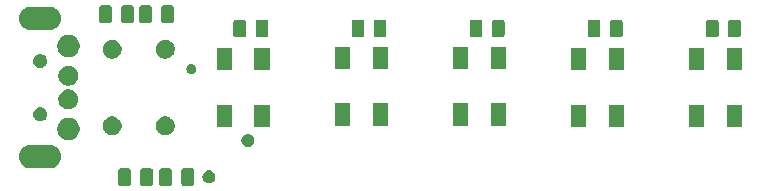
<source format=gts>
G04 #@! TF.GenerationSoftware,KiCad,Pcbnew,(5.1.0)-1*
G04 #@! TF.CreationDate,2019-03-21T22:28:07+09:00*
G04 #@! TF.ProjectId,JuicyLight32,4a756963-794c-4696-9768-7433322e6b69,rev?*
G04 #@! TF.SameCoordinates,Original*
G04 #@! TF.FileFunction,Soldermask,Top*
G04 #@! TF.FilePolarity,Negative*
%FSLAX46Y46*%
G04 Gerber Fmt 4.6, Leading zero omitted, Abs format (unit mm)*
G04 Created by KiCad (PCBNEW (5.1.0)-1) date 2019-03-21 22:28:07*
%MOMM*%
%LPD*%
G04 APERTURE LIST*
%ADD10C,0.100000*%
G04 APERTURE END LIST*
D10*
G36*
X115671968Y-106828565D02*
G01*
X115710638Y-106840296D01*
X115746277Y-106859346D01*
X115777517Y-106884983D01*
X115803154Y-106916223D01*
X115822204Y-106951862D01*
X115833935Y-106990532D01*
X115838500Y-107036888D01*
X115838500Y-108113112D01*
X115833935Y-108159468D01*
X115822204Y-108198138D01*
X115803154Y-108233777D01*
X115777517Y-108265017D01*
X115746277Y-108290654D01*
X115710638Y-108309704D01*
X115671968Y-108321435D01*
X115625612Y-108326000D01*
X114974388Y-108326000D01*
X114928032Y-108321435D01*
X114889362Y-108309704D01*
X114853723Y-108290654D01*
X114822483Y-108265017D01*
X114796846Y-108233777D01*
X114777796Y-108198138D01*
X114766065Y-108159468D01*
X114761500Y-108113112D01*
X114761500Y-107036888D01*
X114766065Y-106990532D01*
X114777796Y-106951862D01*
X114796846Y-106916223D01*
X114822483Y-106884983D01*
X114853723Y-106859346D01*
X114889362Y-106840296D01*
X114928032Y-106828565D01*
X114974388Y-106824000D01*
X115625612Y-106824000D01*
X115671968Y-106828565D01*
X115671968Y-106828565D01*
G37*
G36*
X110321968Y-106828565D02*
G01*
X110360638Y-106840296D01*
X110396277Y-106859346D01*
X110427517Y-106884983D01*
X110453154Y-106916223D01*
X110472204Y-106951862D01*
X110483935Y-106990532D01*
X110488500Y-107036888D01*
X110488500Y-108113112D01*
X110483935Y-108159468D01*
X110472204Y-108198138D01*
X110453154Y-108233777D01*
X110427517Y-108265017D01*
X110396277Y-108290654D01*
X110360638Y-108309704D01*
X110321968Y-108321435D01*
X110275612Y-108326000D01*
X109624388Y-108326000D01*
X109578032Y-108321435D01*
X109539362Y-108309704D01*
X109503723Y-108290654D01*
X109472483Y-108265017D01*
X109446846Y-108233777D01*
X109427796Y-108198138D01*
X109416065Y-108159468D01*
X109411500Y-108113112D01*
X109411500Y-107036888D01*
X109416065Y-106990532D01*
X109427796Y-106951862D01*
X109446846Y-106916223D01*
X109472483Y-106884983D01*
X109503723Y-106859346D01*
X109539362Y-106840296D01*
X109578032Y-106828565D01*
X109624388Y-106824000D01*
X110275612Y-106824000D01*
X110321968Y-106828565D01*
X110321968Y-106828565D01*
G37*
G36*
X112196968Y-106828565D02*
G01*
X112235638Y-106840296D01*
X112271277Y-106859346D01*
X112302517Y-106884983D01*
X112328154Y-106916223D01*
X112347204Y-106951862D01*
X112358935Y-106990532D01*
X112363500Y-107036888D01*
X112363500Y-108113112D01*
X112358935Y-108159468D01*
X112347204Y-108198138D01*
X112328154Y-108233777D01*
X112302517Y-108265017D01*
X112271277Y-108290654D01*
X112235638Y-108309704D01*
X112196968Y-108321435D01*
X112150612Y-108326000D01*
X111499388Y-108326000D01*
X111453032Y-108321435D01*
X111414362Y-108309704D01*
X111378723Y-108290654D01*
X111347483Y-108265017D01*
X111321846Y-108233777D01*
X111302796Y-108198138D01*
X111291065Y-108159468D01*
X111286500Y-108113112D01*
X111286500Y-107036888D01*
X111291065Y-106990532D01*
X111302796Y-106951862D01*
X111321846Y-106916223D01*
X111347483Y-106884983D01*
X111378723Y-106859346D01*
X111414362Y-106840296D01*
X111453032Y-106828565D01*
X111499388Y-106824000D01*
X112150612Y-106824000D01*
X112196968Y-106828565D01*
X112196968Y-106828565D01*
G37*
G36*
X113796968Y-106828565D02*
G01*
X113835638Y-106840296D01*
X113871277Y-106859346D01*
X113902517Y-106884983D01*
X113928154Y-106916223D01*
X113947204Y-106951862D01*
X113958935Y-106990532D01*
X113963500Y-107036888D01*
X113963500Y-108113112D01*
X113958935Y-108159468D01*
X113947204Y-108198138D01*
X113928154Y-108233777D01*
X113902517Y-108265017D01*
X113871277Y-108290654D01*
X113835638Y-108309704D01*
X113796968Y-108321435D01*
X113750612Y-108326000D01*
X113099388Y-108326000D01*
X113053032Y-108321435D01*
X113014362Y-108309704D01*
X112978723Y-108290654D01*
X112947483Y-108265017D01*
X112921846Y-108233777D01*
X112902796Y-108198138D01*
X112891065Y-108159468D01*
X112886500Y-108113112D01*
X112886500Y-107036888D01*
X112891065Y-106990532D01*
X112902796Y-106951862D01*
X112921846Y-106916223D01*
X112947483Y-106884983D01*
X112978723Y-106859346D01*
X113014362Y-106840296D01*
X113053032Y-106828565D01*
X113099388Y-106824000D01*
X113750612Y-106824000D01*
X113796968Y-106828565D01*
X113796968Y-106828565D01*
G37*
G36*
X117260721Y-107020174D02*
G01*
X117360995Y-107061709D01*
X117360996Y-107061710D01*
X117451242Y-107122010D01*
X117527990Y-107198758D01*
X117527991Y-107198760D01*
X117588291Y-107289005D01*
X117629826Y-107389279D01*
X117651000Y-107495730D01*
X117651000Y-107604270D01*
X117629826Y-107710721D01*
X117588291Y-107810995D01*
X117588290Y-107810996D01*
X117527990Y-107901242D01*
X117451242Y-107977990D01*
X117405812Y-108008345D01*
X117360995Y-108038291D01*
X117260721Y-108079826D01*
X117154270Y-108101000D01*
X117045730Y-108101000D01*
X116939279Y-108079826D01*
X116839005Y-108038291D01*
X116794188Y-108008345D01*
X116748758Y-107977990D01*
X116672010Y-107901242D01*
X116611710Y-107810996D01*
X116611709Y-107810995D01*
X116570174Y-107710721D01*
X116549000Y-107604270D01*
X116549000Y-107495730D01*
X116570174Y-107389279D01*
X116611709Y-107289005D01*
X116672009Y-107198760D01*
X116672010Y-107198758D01*
X116748758Y-107122010D01*
X116839004Y-107061710D01*
X116839005Y-107061709D01*
X116939279Y-107020174D01*
X117045730Y-106999000D01*
X117154270Y-106999000D01*
X117260721Y-107020174D01*
X117260721Y-107020174D01*
G37*
G36*
X103796228Y-104863483D02*
G01*
X103984922Y-104920723D01*
X104158815Y-105013671D01*
X104311239Y-105138761D01*
X104436329Y-105291185D01*
X104529277Y-105465078D01*
X104586517Y-105653772D01*
X104605843Y-105850000D01*
X104586517Y-106046228D01*
X104529277Y-106234922D01*
X104436329Y-106408815D01*
X104311239Y-106561239D01*
X104158815Y-106686329D01*
X103984922Y-106779277D01*
X103796228Y-106836517D01*
X103649175Y-106851000D01*
X101950825Y-106851000D01*
X101803772Y-106836517D01*
X101615078Y-106779277D01*
X101441185Y-106686329D01*
X101288761Y-106561239D01*
X101163671Y-106408815D01*
X101070723Y-106234922D01*
X101013483Y-106046228D01*
X100994157Y-105850000D01*
X101013483Y-105653772D01*
X101070723Y-105465078D01*
X101163671Y-105291185D01*
X101288761Y-105138761D01*
X101441185Y-105013671D01*
X101615078Y-104920723D01*
X101803772Y-104863483D01*
X101950825Y-104849000D01*
X103649175Y-104849000D01*
X103796228Y-104863483D01*
X103796228Y-104863483D01*
G37*
G36*
X120560721Y-103940174D02*
G01*
X120660995Y-103981709D01*
X120660996Y-103981710D01*
X120751242Y-104042010D01*
X120827990Y-104118758D01*
X120827991Y-104118760D01*
X120888291Y-104209005D01*
X120929826Y-104309279D01*
X120951000Y-104415730D01*
X120951000Y-104524270D01*
X120929826Y-104630721D01*
X120888291Y-104730995D01*
X120888290Y-104730996D01*
X120827990Y-104821242D01*
X120751242Y-104897990D01*
X120717221Y-104920722D01*
X120660995Y-104958291D01*
X120560721Y-104999826D01*
X120454270Y-105021000D01*
X120345730Y-105021000D01*
X120239279Y-104999826D01*
X120139005Y-104958291D01*
X120082779Y-104920722D01*
X120048758Y-104897990D01*
X119972010Y-104821242D01*
X119911710Y-104730996D01*
X119911709Y-104730995D01*
X119870174Y-104630721D01*
X119849000Y-104524270D01*
X119849000Y-104415730D01*
X119870174Y-104309279D01*
X119911709Y-104209005D01*
X119972009Y-104118760D01*
X119972010Y-104118758D01*
X120048758Y-104042010D01*
X120139004Y-103981710D01*
X120139005Y-103981709D01*
X120239279Y-103940174D01*
X120345730Y-103919000D01*
X120454270Y-103919000D01*
X120560721Y-103940174D01*
X120560721Y-103940174D01*
G37*
G36*
X105477395Y-102585546D02*
G01*
X105650466Y-102657234D01*
X105650467Y-102657235D01*
X105806227Y-102761310D01*
X105938690Y-102893773D01*
X105938691Y-102893775D01*
X106042766Y-103049534D01*
X106114454Y-103222605D01*
X106151000Y-103406333D01*
X106151000Y-103593667D01*
X106114454Y-103777395D01*
X106042766Y-103950466D01*
X106042765Y-103950467D01*
X105938690Y-104106227D01*
X105806227Y-104238690D01*
X105727818Y-104291081D01*
X105650466Y-104342766D01*
X105477395Y-104414454D01*
X105293667Y-104451000D01*
X105106333Y-104451000D01*
X104922605Y-104414454D01*
X104749534Y-104342766D01*
X104672182Y-104291081D01*
X104593773Y-104238690D01*
X104461310Y-104106227D01*
X104357235Y-103950467D01*
X104357234Y-103950466D01*
X104285546Y-103777395D01*
X104249000Y-103593667D01*
X104249000Y-103406333D01*
X104285546Y-103222605D01*
X104357234Y-103049534D01*
X104461309Y-102893775D01*
X104461310Y-102893773D01*
X104593773Y-102761310D01*
X104749533Y-102657235D01*
X104749534Y-102657234D01*
X104922605Y-102585546D01*
X105106333Y-102549000D01*
X105293667Y-102549000D01*
X105477395Y-102585546D01*
X105477395Y-102585546D01*
G37*
G36*
X113633642Y-102479781D02*
G01*
X113766179Y-102534680D01*
X113779416Y-102540163D01*
X113910608Y-102627822D01*
X114022178Y-102739392D01*
X114051048Y-102782600D01*
X114109838Y-102870586D01*
X114170219Y-103016358D01*
X114201000Y-103171107D01*
X114201000Y-103328893D01*
X114170219Y-103483642D01*
X114124646Y-103593665D01*
X114109837Y-103629416D01*
X114022178Y-103760608D01*
X113910608Y-103872178D01*
X113779416Y-103959837D01*
X113779415Y-103959838D01*
X113779414Y-103959838D01*
X113633642Y-104020219D01*
X113478893Y-104051000D01*
X113321107Y-104051000D01*
X113166358Y-104020219D01*
X113020586Y-103959838D01*
X113020585Y-103959838D01*
X113020584Y-103959837D01*
X112889392Y-103872178D01*
X112777822Y-103760608D01*
X112690163Y-103629416D01*
X112675354Y-103593665D01*
X112629781Y-103483642D01*
X112599000Y-103328893D01*
X112599000Y-103171107D01*
X112629781Y-103016358D01*
X112690162Y-102870586D01*
X112748952Y-102782600D01*
X112777822Y-102739392D01*
X112889392Y-102627822D01*
X113020584Y-102540163D01*
X113033821Y-102534680D01*
X113166358Y-102479781D01*
X113321107Y-102449000D01*
X113478893Y-102449000D01*
X113633642Y-102479781D01*
X113633642Y-102479781D01*
G37*
G36*
X109133642Y-102479781D02*
G01*
X109266179Y-102534680D01*
X109279416Y-102540163D01*
X109410608Y-102627822D01*
X109522178Y-102739392D01*
X109551048Y-102782600D01*
X109609838Y-102870586D01*
X109670219Y-103016358D01*
X109701000Y-103171107D01*
X109701000Y-103328893D01*
X109670219Y-103483642D01*
X109624646Y-103593665D01*
X109609837Y-103629416D01*
X109522178Y-103760608D01*
X109410608Y-103872178D01*
X109279416Y-103959837D01*
X109279415Y-103959838D01*
X109279414Y-103959838D01*
X109133642Y-104020219D01*
X108978893Y-104051000D01*
X108821107Y-104051000D01*
X108666358Y-104020219D01*
X108520586Y-103959838D01*
X108520585Y-103959838D01*
X108520584Y-103959837D01*
X108389392Y-103872178D01*
X108277822Y-103760608D01*
X108190163Y-103629416D01*
X108175354Y-103593665D01*
X108129781Y-103483642D01*
X108099000Y-103328893D01*
X108099000Y-103171107D01*
X108129781Y-103016358D01*
X108190162Y-102870586D01*
X108248952Y-102782600D01*
X108277822Y-102739392D01*
X108389392Y-102627822D01*
X108520584Y-102540163D01*
X108533821Y-102534680D01*
X108666358Y-102479781D01*
X108821107Y-102449000D01*
X108978893Y-102449000D01*
X109133642Y-102479781D01*
X109133642Y-102479781D01*
G37*
G36*
X119051000Y-103351000D02*
G01*
X117749000Y-103351000D01*
X117749000Y-101449000D01*
X119051000Y-101449000D01*
X119051000Y-103351000D01*
X119051000Y-103351000D01*
G37*
G36*
X122251000Y-103351000D02*
G01*
X120949000Y-103351000D01*
X120949000Y-101449000D01*
X122251000Y-101449000D01*
X122251000Y-103351000D01*
X122251000Y-103351000D01*
G37*
G36*
X152251000Y-103351000D02*
G01*
X150949000Y-103351000D01*
X150949000Y-101449000D01*
X152251000Y-101449000D01*
X152251000Y-103351000D01*
X152251000Y-103351000D01*
G37*
G36*
X159051000Y-103351000D02*
G01*
X157749000Y-103351000D01*
X157749000Y-101449000D01*
X159051000Y-101449000D01*
X159051000Y-103351000D01*
X159051000Y-103351000D01*
G37*
G36*
X162251000Y-103351000D02*
G01*
X160949000Y-103351000D01*
X160949000Y-101449000D01*
X162251000Y-101449000D01*
X162251000Y-103351000D01*
X162251000Y-103351000D01*
G37*
G36*
X149051000Y-103351000D02*
G01*
X147749000Y-103351000D01*
X147749000Y-101449000D01*
X149051000Y-101449000D01*
X149051000Y-103351000D01*
X149051000Y-103351000D01*
G37*
G36*
X142251000Y-103251000D02*
G01*
X140949000Y-103251000D01*
X140949000Y-101349000D01*
X142251000Y-101349000D01*
X142251000Y-103251000D01*
X142251000Y-103251000D01*
G37*
G36*
X139051000Y-103251000D02*
G01*
X137749000Y-103251000D01*
X137749000Y-101349000D01*
X139051000Y-101349000D01*
X139051000Y-103251000D01*
X139051000Y-103251000D01*
G37*
G36*
X132251000Y-103251000D02*
G01*
X130949000Y-103251000D01*
X130949000Y-101349000D01*
X132251000Y-101349000D01*
X132251000Y-103251000D01*
X132251000Y-103251000D01*
G37*
G36*
X129051000Y-103251000D02*
G01*
X127749000Y-103251000D01*
X127749000Y-101349000D01*
X129051000Y-101349000D01*
X129051000Y-103251000D01*
X129051000Y-103251000D01*
G37*
G36*
X102919597Y-101661015D02*
G01*
X102975305Y-101672096D01*
X103007340Y-101685365D01*
X103084680Y-101717400D01*
X103183115Y-101783173D01*
X103266827Y-101866885D01*
X103332600Y-101965320D01*
X103377904Y-102074696D01*
X103401000Y-102190805D01*
X103401000Y-102309195D01*
X103377904Y-102425304D01*
X103332600Y-102534680D01*
X103266827Y-102633115D01*
X103183115Y-102716827D01*
X103084680Y-102782600D01*
X103007340Y-102814635D01*
X102975305Y-102827904D01*
X102936601Y-102835603D01*
X102859195Y-102851000D01*
X102740805Y-102851000D01*
X102663399Y-102835603D01*
X102624695Y-102827904D01*
X102592660Y-102814635D01*
X102515320Y-102782600D01*
X102416885Y-102716827D01*
X102333173Y-102633115D01*
X102267400Y-102534680D01*
X102222096Y-102425304D01*
X102199000Y-102309195D01*
X102199000Y-102190805D01*
X102222096Y-102074696D01*
X102267400Y-101965320D01*
X102333173Y-101866885D01*
X102416885Y-101783173D01*
X102515320Y-101717400D01*
X102592660Y-101685365D01*
X102624695Y-101672096D01*
X102680403Y-101661015D01*
X102740805Y-101649000D01*
X102859195Y-101649000D01*
X102919597Y-101661015D01*
X102919597Y-101661015D01*
G37*
G36*
X105448228Y-100181703D02*
G01*
X105603100Y-100245853D01*
X105742481Y-100338985D01*
X105861015Y-100457519D01*
X105954147Y-100596900D01*
X106018297Y-100751772D01*
X106051000Y-100916184D01*
X106051000Y-101083816D01*
X106018297Y-101248228D01*
X105954147Y-101403100D01*
X105861015Y-101542481D01*
X105742481Y-101661015D01*
X105603100Y-101754147D01*
X105448228Y-101818297D01*
X105283816Y-101851000D01*
X105116184Y-101851000D01*
X104951772Y-101818297D01*
X104796900Y-101754147D01*
X104657519Y-101661015D01*
X104538985Y-101542481D01*
X104445853Y-101403100D01*
X104381703Y-101248228D01*
X104349000Y-101083816D01*
X104349000Y-100916184D01*
X104381703Y-100751772D01*
X104445853Y-100596900D01*
X104538985Y-100457519D01*
X104657519Y-100338985D01*
X104796900Y-100245853D01*
X104951772Y-100181703D01*
X105116184Y-100149000D01*
X105283816Y-100149000D01*
X105448228Y-100181703D01*
X105448228Y-100181703D01*
G37*
G36*
X105448228Y-98181703D02*
G01*
X105603100Y-98245853D01*
X105742481Y-98338985D01*
X105861015Y-98457519D01*
X105954147Y-98596900D01*
X106018297Y-98751772D01*
X106051000Y-98916184D01*
X106051000Y-99083816D01*
X106018297Y-99248228D01*
X105954147Y-99403100D01*
X105861015Y-99542481D01*
X105742481Y-99661015D01*
X105603100Y-99754147D01*
X105448228Y-99818297D01*
X105283816Y-99851000D01*
X105116184Y-99851000D01*
X104951772Y-99818297D01*
X104796900Y-99754147D01*
X104657519Y-99661015D01*
X104538985Y-99542481D01*
X104445853Y-99403100D01*
X104381703Y-99248228D01*
X104349000Y-99083816D01*
X104349000Y-98916184D01*
X104381703Y-98751772D01*
X104445853Y-98596900D01*
X104538985Y-98457519D01*
X104657519Y-98338985D01*
X104796900Y-98245853D01*
X104951772Y-98181703D01*
X105116184Y-98149000D01*
X105283816Y-98149000D01*
X105448228Y-98181703D01*
X105448228Y-98181703D01*
G37*
G36*
X115734260Y-98020371D02*
G01*
X115768071Y-98034376D01*
X115811784Y-98052482D01*
X115811787Y-98052484D01*
X115881559Y-98099104D01*
X115940896Y-98158441D01*
X115940897Y-98158443D01*
X115987518Y-98228216D01*
X115994823Y-98245853D01*
X116019629Y-98305740D01*
X116036000Y-98388043D01*
X116036000Y-98471957D01*
X116019629Y-98554260D01*
X116005624Y-98588071D01*
X115987518Y-98631784D01*
X115987516Y-98631787D01*
X115940896Y-98701559D01*
X115881559Y-98760896D01*
X115811787Y-98807516D01*
X115811784Y-98807518D01*
X115768071Y-98825624D01*
X115734260Y-98839629D01*
X115651957Y-98856000D01*
X115568043Y-98856000D01*
X115485740Y-98839629D01*
X115451929Y-98825624D01*
X115408216Y-98807518D01*
X115408213Y-98807516D01*
X115338441Y-98760896D01*
X115279104Y-98701559D01*
X115232484Y-98631787D01*
X115232482Y-98631784D01*
X115214376Y-98588071D01*
X115200371Y-98554260D01*
X115184000Y-98471957D01*
X115184000Y-98388043D01*
X115200371Y-98305740D01*
X115225177Y-98245853D01*
X115232482Y-98228216D01*
X115279103Y-98158443D01*
X115279104Y-98158441D01*
X115338441Y-98099104D01*
X115408213Y-98052484D01*
X115408216Y-98052482D01*
X115451929Y-98034376D01*
X115485740Y-98020371D01*
X115568043Y-98004000D01*
X115651957Y-98004000D01*
X115734260Y-98020371D01*
X115734260Y-98020371D01*
G37*
G36*
X152251000Y-98551000D02*
G01*
X150949000Y-98551000D01*
X150949000Y-96649000D01*
X152251000Y-96649000D01*
X152251000Y-98551000D01*
X152251000Y-98551000D01*
G37*
G36*
X122251000Y-98551000D02*
G01*
X120949000Y-98551000D01*
X120949000Y-96649000D01*
X122251000Y-96649000D01*
X122251000Y-98551000D01*
X122251000Y-98551000D01*
G37*
G36*
X159051000Y-98551000D02*
G01*
X157749000Y-98551000D01*
X157749000Y-96649000D01*
X159051000Y-96649000D01*
X159051000Y-98551000D01*
X159051000Y-98551000D01*
G37*
G36*
X119051000Y-98551000D02*
G01*
X117749000Y-98551000D01*
X117749000Y-96649000D01*
X119051000Y-96649000D01*
X119051000Y-98551000D01*
X119051000Y-98551000D01*
G37*
G36*
X162251000Y-98551000D02*
G01*
X160949000Y-98551000D01*
X160949000Y-96649000D01*
X162251000Y-96649000D01*
X162251000Y-98551000D01*
X162251000Y-98551000D01*
G37*
G36*
X149051000Y-98551000D02*
G01*
X147749000Y-98551000D01*
X147749000Y-96649000D01*
X149051000Y-96649000D01*
X149051000Y-98551000D01*
X149051000Y-98551000D01*
G37*
G36*
X129051000Y-98451000D02*
G01*
X127749000Y-98451000D01*
X127749000Y-96549000D01*
X129051000Y-96549000D01*
X129051000Y-98451000D01*
X129051000Y-98451000D01*
G37*
G36*
X139051000Y-98451000D02*
G01*
X137749000Y-98451000D01*
X137749000Y-96549000D01*
X139051000Y-96549000D01*
X139051000Y-98451000D01*
X139051000Y-98451000D01*
G37*
G36*
X142251000Y-98451000D02*
G01*
X140949000Y-98451000D01*
X140949000Y-96549000D01*
X142251000Y-96549000D01*
X142251000Y-98451000D01*
X142251000Y-98451000D01*
G37*
G36*
X132251000Y-98451000D02*
G01*
X130949000Y-98451000D01*
X130949000Y-96549000D01*
X132251000Y-96549000D01*
X132251000Y-98451000D01*
X132251000Y-98451000D01*
G37*
G36*
X102936601Y-97164397D02*
G01*
X102975305Y-97172096D01*
X103007340Y-97185365D01*
X103084680Y-97217400D01*
X103183115Y-97283173D01*
X103266827Y-97366885D01*
X103332600Y-97465320D01*
X103377904Y-97574696D01*
X103401000Y-97690805D01*
X103401000Y-97809195D01*
X103377904Y-97925304D01*
X103332600Y-98034680D01*
X103266827Y-98133115D01*
X103183115Y-98216827D01*
X103084680Y-98282600D01*
X103007340Y-98314635D01*
X102975305Y-98327904D01*
X102936601Y-98335603D01*
X102859195Y-98351000D01*
X102740805Y-98351000D01*
X102663399Y-98335603D01*
X102624695Y-98327904D01*
X102592660Y-98314635D01*
X102515320Y-98282600D01*
X102416885Y-98216827D01*
X102333173Y-98133115D01*
X102267400Y-98034680D01*
X102222096Y-97925304D01*
X102199000Y-97809195D01*
X102199000Y-97690805D01*
X102222096Y-97574696D01*
X102267400Y-97465320D01*
X102333173Y-97366885D01*
X102416885Y-97283173D01*
X102515320Y-97217400D01*
X102592660Y-97185365D01*
X102624695Y-97172096D01*
X102663399Y-97164397D01*
X102740805Y-97149000D01*
X102859195Y-97149000D01*
X102936601Y-97164397D01*
X102936601Y-97164397D01*
G37*
G36*
X109133642Y-95979781D02*
G01*
X109279414Y-96040162D01*
X109279416Y-96040163D01*
X109410608Y-96127822D01*
X109522178Y-96239392D01*
X109609837Y-96370584D01*
X109609838Y-96370586D01*
X109670219Y-96516358D01*
X109701000Y-96671107D01*
X109701000Y-96828893D01*
X109670219Y-96983642D01*
X109619443Y-97106225D01*
X109609837Y-97129416D01*
X109522178Y-97260608D01*
X109410608Y-97372178D01*
X109279416Y-97459837D01*
X109279415Y-97459838D01*
X109279414Y-97459838D01*
X109133642Y-97520219D01*
X108978893Y-97551000D01*
X108821107Y-97551000D01*
X108666358Y-97520219D01*
X108520586Y-97459838D01*
X108520585Y-97459838D01*
X108520584Y-97459837D01*
X108389392Y-97372178D01*
X108277822Y-97260608D01*
X108190163Y-97129416D01*
X108180557Y-97106225D01*
X108129781Y-96983642D01*
X108099000Y-96828893D01*
X108099000Y-96671107D01*
X108129781Y-96516358D01*
X108190162Y-96370586D01*
X108190163Y-96370584D01*
X108277822Y-96239392D01*
X108389392Y-96127822D01*
X108520584Y-96040163D01*
X108520586Y-96040162D01*
X108666358Y-95979781D01*
X108821107Y-95949000D01*
X108978893Y-95949000D01*
X109133642Y-95979781D01*
X109133642Y-95979781D01*
G37*
G36*
X113633642Y-95979781D02*
G01*
X113779414Y-96040162D01*
X113779416Y-96040163D01*
X113910608Y-96127822D01*
X114022178Y-96239392D01*
X114109837Y-96370584D01*
X114109838Y-96370586D01*
X114170219Y-96516358D01*
X114201000Y-96671107D01*
X114201000Y-96828893D01*
X114170219Y-96983642D01*
X114119443Y-97106225D01*
X114109837Y-97129416D01*
X114022178Y-97260608D01*
X113910608Y-97372178D01*
X113779416Y-97459837D01*
X113779415Y-97459838D01*
X113779414Y-97459838D01*
X113633642Y-97520219D01*
X113478893Y-97551000D01*
X113321107Y-97551000D01*
X113166358Y-97520219D01*
X113020586Y-97459838D01*
X113020585Y-97459838D01*
X113020584Y-97459837D01*
X112889392Y-97372178D01*
X112777822Y-97260608D01*
X112690163Y-97129416D01*
X112680557Y-97106225D01*
X112629781Y-96983642D01*
X112599000Y-96828893D01*
X112599000Y-96671107D01*
X112629781Y-96516358D01*
X112690162Y-96370586D01*
X112690163Y-96370584D01*
X112777822Y-96239392D01*
X112889392Y-96127822D01*
X113020584Y-96040163D01*
X113020586Y-96040162D01*
X113166358Y-95979781D01*
X113321107Y-95949000D01*
X113478893Y-95949000D01*
X113633642Y-95979781D01*
X113633642Y-95979781D01*
G37*
G36*
X105477395Y-95585546D02*
G01*
X105650466Y-95657234D01*
X105650467Y-95657235D01*
X105806227Y-95761310D01*
X105938690Y-95893773D01*
X105938691Y-95893775D01*
X106042766Y-96049534D01*
X106114454Y-96222605D01*
X106151000Y-96406333D01*
X106151000Y-96593667D01*
X106114454Y-96777395D01*
X106042766Y-96950466D01*
X106042765Y-96950467D01*
X105938690Y-97106227D01*
X105806227Y-97238690D01*
X105773424Y-97260608D01*
X105650466Y-97342766D01*
X105477395Y-97414454D01*
X105293667Y-97451000D01*
X105106333Y-97451000D01*
X104922605Y-97414454D01*
X104749534Y-97342766D01*
X104626576Y-97260608D01*
X104593773Y-97238690D01*
X104461310Y-97106227D01*
X104357235Y-96950467D01*
X104357234Y-96950466D01*
X104285546Y-96777395D01*
X104249000Y-96593667D01*
X104249000Y-96406333D01*
X104285546Y-96222605D01*
X104357234Y-96049534D01*
X104461309Y-95893775D01*
X104461310Y-95893773D01*
X104593773Y-95761310D01*
X104749533Y-95657235D01*
X104749534Y-95657234D01*
X104922605Y-95585546D01*
X105106333Y-95549000D01*
X105293667Y-95549000D01*
X105477395Y-95585546D01*
X105477395Y-95585546D01*
G37*
G36*
X121959468Y-94253565D02*
G01*
X121998138Y-94265296D01*
X122033777Y-94284346D01*
X122065017Y-94309983D01*
X122090654Y-94341223D01*
X122109704Y-94376862D01*
X122121435Y-94415532D01*
X122126000Y-94461888D01*
X122126000Y-95538112D01*
X122121435Y-95584468D01*
X122109704Y-95623138D01*
X122090654Y-95658777D01*
X122065017Y-95690017D01*
X122033777Y-95715654D01*
X121998138Y-95734704D01*
X121959468Y-95746435D01*
X121913112Y-95751000D01*
X121261888Y-95751000D01*
X121215532Y-95746435D01*
X121176862Y-95734704D01*
X121141223Y-95715654D01*
X121109983Y-95690017D01*
X121084346Y-95658777D01*
X121065296Y-95623138D01*
X121053565Y-95584468D01*
X121049000Y-95538112D01*
X121049000Y-94461888D01*
X121053565Y-94415532D01*
X121065296Y-94376862D01*
X121084346Y-94341223D01*
X121109983Y-94309983D01*
X121141223Y-94284346D01*
X121176862Y-94265296D01*
X121215532Y-94253565D01*
X121261888Y-94249000D01*
X121913112Y-94249000D01*
X121959468Y-94253565D01*
X121959468Y-94253565D01*
G37*
G36*
X161959468Y-94253565D02*
G01*
X161998138Y-94265296D01*
X162033777Y-94284346D01*
X162065017Y-94309983D01*
X162090654Y-94341223D01*
X162109704Y-94376862D01*
X162121435Y-94415532D01*
X162126000Y-94461888D01*
X162126000Y-95538112D01*
X162121435Y-95584468D01*
X162109704Y-95623138D01*
X162090654Y-95658777D01*
X162065017Y-95690017D01*
X162033777Y-95715654D01*
X161998138Y-95734704D01*
X161959468Y-95746435D01*
X161913112Y-95751000D01*
X161261888Y-95751000D01*
X161215532Y-95746435D01*
X161176862Y-95734704D01*
X161141223Y-95715654D01*
X161109983Y-95690017D01*
X161084346Y-95658777D01*
X161065296Y-95623138D01*
X161053565Y-95584468D01*
X161049000Y-95538112D01*
X161049000Y-94461888D01*
X161053565Y-94415532D01*
X161065296Y-94376862D01*
X161084346Y-94341223D01*
X161109983Y-94309983D01*
X161141223Y-94284346D01*
X161176862Y-94265296D01*
X161215532Y-94253565D01*
X161261888Y-94249000D01*
X161913112Y-94249000D01*
X161959468Y-94253565D01*
X161959468Y-94253565D01*
G37*
G36*
X160084468Y-94253565D02*
G01*
X160123138Y-94265296D01*
X160158777Y-94284346D01*
X160190017Y-94309983D01*
X160215654Y-94341223D01*
X160234704Y-94376862D01*
X160246435Y-94415532D01*
X160251000Y-94461888D01*
X160251000Y-95538112D01*
X160246435Y-95584468D01*
X160234704Y-95623138D01*
X160215654Y-95658777D01*
X160190017Y-95690017D01*
X160158777Y-95715654D01*
X160123138Y-95734704D01*
X160084468Y-95746435D01*
X160038112Y-95751000D01*
X159386888Y-95751000D01*
X159340532Y-95746435D01*
X159301862Y-95734704D01*
X159266223Y-95715654D01*
X159234983Y-95690017D01*
X159209346Y-95658777D01*
X159190296Y-95623138D01*
X159178565Y-95584468D01*
X159174000Y-95538112D01*
X159174000Y-94461888D01*
X159178565Y-94415532D01*
X159190296Y-94376862D01*
X159209346Y-94341223D01*
X159234983Y-94309983D01*
X159266223Y-94284346D01*
X159301862Y-94265296D01*
X159340532Y-94253565D01*
X159386888Y-94249000D01*
X160038112Y-94249000D01*
X160084468Y-94253565D01*
X160084468Y-94253565D01*
G37*
G36*
X150084468Y-94253565D02*
G01*
X150123138Y-94265296D01*
X150158777Y-94284346D01*
X150190017Y-94309983D01*
X150215654Y-94341223D01*
X150234704Y-94376862D01*
X150246435Y-94415532D01*
X150251000Y-94461888D01*
X150251000Y-95538112D01*
X150246435Y-95584468D01*
X150234704Y-95623138D01*
X150215654Y-95658777D01*
X150190017Y-95690017D01*
X150158777Y-95715654D01*
X150123138Y-95734704D01*
X150084468Y-95746435D01*
X150038112Y-95751000D01*
X149386888Y-95751000D01*
X149340532Y-95746435D01*
X149301862Y-95734704D01*
X149266223Y-95715654D01*
X149234983Y-95690017D01*
X149209346Y-95658777D01*
X149190296Y-95623138D01*
X149178565Y-95584468D01*
X149174000Y-95538112D01*
X149174000Y-94461888D01*
X149178565Y-94415532D01*
X149190296Y-94376862D01*
X149209346Y-94341223D01*
X149234983Y-94309983D01*
X149266223Y-94284346D01*
X149301862Y-94265296D01*
X149340532Y-94253565D01*
X149386888Y-94249000D01*
X150038112Y-94249000D01*
X150084468Y-94253565D01*
X150084468Y-94253565D01*
G37*
G36*
X141959468Y-94253565D02*
G01*
X141998138Y-94265296D01*
X142033777Y-94284346D01*
X142065017Y-94309983D01*
X142090654Y-94341223D01*
X142109704Y-94376862D01*
X142121435Y-94415532D01*
X142126000Y-94461888D01*
X142126000Y-95538112D01*
X142121435Y-95584468D01*
X142109704Y-95623138D01*
X142090654Y-95658777D01*
X142065017Y-95690017D01*
X142033777Y-95715654D01*
X141998138Y-95734704D01*
X141959468Y-95746435D01*
X141913112Y-95751000D01*
X141261888Y-95751000D01*
X141215532Y-95746435D01*
X141176862Y-95734704D01*
X141141223Y-95715654D01*
X141109983Y-95690017D01*
X141084346Y-95658777D01*
X141065296Y-95623138D01*
X141053565Y-95584468D01*
X141049000Y-95538112D01*
X141049000Y-94461888D01*
X141053565Y-94415532D01*
X141065296Y-94376862D01*
X141084346Y-94341223D01*
X141109983Y-94309983D01*
X141141223Y-94284346D01*
X141176862Y-94265296D01*
X141215532Y-94253565D01*
X141261888Y-94249000D01*
X141913112Y-94249000D01*
X141959468Y-94253565D01*
X141959468Y-94253565D01*
G37*
G36*
X140084468Y-94253565D02*
G01*
X140123138Y-94265296D01*
X140158777Y-94284346D01*
X140190017Y-94309983D01*
X140215654Y-94341223D01*
X140234704Y-94376862D01*
X140246435Y-94415532D01*
X140251000Y-94461888D01*
X140251000Y-95538112D01*
X140246435Y-95584468D01*
X140234704Y-95623138D01*
X140215654Y-95658777D01*
X140190017Y-95690017D01*
X140158777Y-95715654D01*
X140123138Y-95734704D01*
X140084468Y-95746435D01*
X140038112Y-95751000D01*
X139386888Y-95751000D01*
X139340532Y-95746435D01*
X139301862Y-95734704D01*
X139266223Y-95715654D01*
X139234983Y-95690017D01*
X139209346Y-95658777D01*
X139190296Y-95623138D01*
X139178565Y-95584468D01*
X139174000Y-95538112D01*
X139174000Y-94461888D01*
X139178565Y-94415532D01*
X139190296Y-94376862D01*
X139209346Y-94341223D01*
X139234983Y-94309983D01*
X139266223Y-94284346D01*
X139301862Y-94265296D01*
X139340532Y-94253565D01*
X139386888Y-94249000D01*
X140038112Y-94249000D01*
X140084468Y-94253565D01*
X140084468Y-94253565D01*
G37*
G36*
X131959468Y-94253565D02*
G01*
X131998138Y-94265296D01*
X132033777Y-94284346D01*
X132065017Y-94309983D01*
X132090654Y-94341223D01*
X132109704Y-94376862D01*
X132121435Y-94415532D01*
X132126000Y-94461888D01*
X132126000Y-95538112D01*
X132121435Y-95584468D01*
X132109704Y-95623138D01*
X132090654Y-95658777D01*
X132065017Y-95690017D01*
X132033777Y-95715654D01*
X131998138Y-95734704D01*
X131959468Y-95746435D01*
X131913112Y-95751000D01*
X131261888Y-95751000D01*
X131215532Y-95746435D01*
X131176862Y-95734704D01*
X131141223Y-95715654D01*
X131109983Y-95690017D01*
X131084346Y-95658777D01*
X131065296Y-95623138D01*
X131053565Y-95584468D01*
X131049000Y-95538112D01*
X131049000Y-94461888D01*
X131053565Y-94415532D01*
X131065296Y-94376862D01*
X131084346Y-94341223D01*
X131109983Y-94309983D01*
X131141223Y-94284346D01*
X131176862Y-94265296D01*
X131215532Y-94253565D01*
X131261888Y-94249000D01*
X131913112Y-94249000D01*
X131959468Y-94253565D01*
X131959468Y-94253565D01*
G37*
G36*
X130084468Y-94253565D02*
G01*
X130123138Y-94265296D01*
X130158777Y-94284346D01*
X130190017Y-94309983D01*
X130215654Y-94341223D01*
X130234704Y-94376862D01*
X130246435Y-94415532D01*
X130251000Y-94461888D01*
X130251000Y-95538112D01*
X130246435Y-95584468D01*
X130234704Y-95623138D01*
X130215654Y-95658777D01*
X130190017Y-95690017D01*
X130158777Y-95715654D01*
X130123138Y-95734704D01*
X130084468Y-95746435D01*
X130038112Y-95751000D01*
X129386888Y-95751000D01*
X129340532Y-95746435D01*
X129301862Y-95734704D01*
X129266223Y-95715654D01*
X129234983Y-95690017D01*
X129209346Y-95658777D01*
X129190296Y-95623138D01*
X129178565Y-95584468D01*
X129174000Y-95538112D01*
X129174000Y-94461888D01*
X129178565Y-94415532D01*
X129190296Y-94376862D01*
X129209346Y-94341223D01*
X129234983Y-94309983D01*
X129266223Y-94284346D01*
X129301862Y-94265296D01*
X129340532Y-94253565D01*
X129386888Y-94249000D01*
X130038112Y-94249000D01*
X130084468Y-94253565D01*
X130084468Y-94253565D01*
G37*
G36*
X120084468Y-94253565D02*
G01*
X120123138Y-94265296D01*
X120158777Y-94284346D01*
X120190017Y-94309983D01*
X120215654Y-94341223D01*
X120234704Y-94376862D01*
X120246435Y-94415532D01*
X120251000Y-94461888D01*
X120251000Y-95538112D01*
X120246435Y-95584468D01*
X120234704Y-95623138D01*
X120215654Y-95658777D01*
X120190017Y-95690017D01*
X120158777Y-95715654D01*
X120123138Y-95734704D01*
X120084468Y-95746435D01*
X120038112Y-95751000D01*
X119386888Y-95751000D01*
X119340532Y-95746435D01*
X119301862Y-95734704D01*
X119266223Y-95715654D01*
X119234983Y-95690017D01*
X119209346Y-95658777D01*
X119190296Y-95623138D01*
X119178565Y-95584468D01*
X119174000Y-95538112D01*
X119174000Y-94461888D01*
X119178565Y-94415532D01*
X119190296Y-94376862D01*
X119209346Y-94341223D01*
X119234983Y-94309983D01*
X119266223Y-94284346D01*
X119301862Y-94265296D01*
X119340532Y-94253565D01*
X119386888Y-94249000D01*
X120038112Y-94249000D01*
X120084468Y-94253565D01*
X120084468Y-94253565D01*
G37*
G36*
X151959468Y-94253565D02*
G01*
X151998138Y-94265296D01*
X152033777Y-94284346D01*
X152065017Y-94309983D01*
X152090654Y-94341223D01*
X152109704Y-94376862D01*
X152121435Y-94415532D01*
X152126000Y-94461888D01*
X152126000Y-95538112D01*
X152121435Y-95584468D01*
X152109704Y-95623138D01*
X152090654Y-95658777D01*
X152065017Y-95690017D01*
X152033777Y-95715654D01*
X151998138Y-95734704D01*
X151959468Y-95746435D01*
X151913112Y-95751000D01*
X151261888Y-95751000D01*
X151215532Y-95746435D01*
X151176862Y-95734704D01*
X151141223Y-95715654D01*
X151109983Y-95690017D01*
X151084346Y-95658777D01*
X151065296Y-95623138D01*
X151053565Y-95584468D01*
X151049000Y-95538112D01*
X151049000Y-94461888D01*
X151053565Y-94415532D01*
X151065296Y-94376862D01*
X151084346Y-94341223D01*
X151109983Y-94309983D01*
X151141223Y-94284346D01*
X151176862Y-94265296D01*
X151215532Y-94253565D01*
X151261888Y-94249000D01*
X151913112Y-94249000D01*
X151959468Y-94253565D01*
X151959468Y-94253565D01*
G37*
G36*
X103796228Y-93163483D02*
G01*
X103984922Y-93220723D01*
X104158815Y-93313671D01*
X104311239Y-93438761D01*
X104436329Y-93591185D01*
X104529277Y-93765078D01*
X104586517Y-93953772D01*
X104605843Y-94150000D01*
X104586517Y-94346228D01*
X104529277Y-94534922D01*
X104436329Y-94708815D01*
X104311239Y-94861239D01*
X104158815Y-94986329D01*
X103984922Y-95079277D01*
X103796228Y-95136517D01*
X103649175Y-95151000D01*
X101950825Y-95151000D01*
X101803772Y-95136517D01*
X101615078Y-95079277D01*
X101441185Y-94986329D01*
X101288761Y-94861239D01*
X101163671Y-94708815D01*
X101070723Y-94534922D01*
X101013483Y-94346228D01*
X100994157Y-94150000D01*
X101013483Y-93953772D01*
X101070723Y-93765078D01*
X101163671Y-93591185D01*
X101288761Y-93438761D01*
X101441185Y-93313671D01*
X101615078Y-93220723D01*
X101803772Y-93163483D01*
X101950825Y-93149000D01*
X103649175Y-93149000D01*
X103796228Y-93163483D01*
X103796228Y-93163483D01*
G37*
G36*
X113971968Y-93053565D02*
G01*
X114010638Y-93065296D01*
X114046277Y-93084346D01*
X114077517Y-93109983D01*
X114103154Y-93141223D01*
X114122204Y-93176862D01*
X114133935Y-93215532D01*
X114138500Y-93261888D01*
X114138500Y-94338112D01*
X114133935Y-94384468D01*
X114122204Y-94423138D01*
X114103154Y-94458777D01*
X114077517Y-94490017D01*
X114046277Y-94515654D01*
X114010638Y-94534704D01*
X113971968Y-94546435D01*
X113925612Y-94551000D01*
X113274388Y-94551000D01*
X113228032Y-94546435D01*
X113189362Y-94534704D01*
X113153723Y-94515654D01*
X113122483Y-94490017D01*
X113096846Y-94458777D01*
X113077796Y-94423138D01*
X113066065Y-94384468D01*
X113061500Y-94338112D01*
X113061500Y-93261888D01*
X113066065Y-93215532D01*
X113077796Y-93176862D01*
X113096846Y-93141223D01*
X113122483Y-93109983D01*
X113153723Y-93084346D01*
X113189362Y-93065296D01*
X113228032Y-93053565D01*
X113274388Y-93049000D01*
X113925612Y-93049000D01*
X113971968Y-93053565D01*
X113971968Y-93053565D01*
G37*
G36*
X112096968Y-93053565D02*
G01*
X112135638Y-93065296D01*
X112171277Y-93084346D01*
X112202517Y-93109983D01*
X112228154Y-93141223D01*
X112247204Y-93176862D01*
X112258935Y-93215532D01*
X112263500Y-93261888D01*
X112263500Y-94338112D01*
X112258935Y-94384468D01*
X112247204Y-94423138D01*
X112228154Y-94458777D01*
X112202517Y-94490017D01*
X112171277Y-94515654D01*
X112135638Y-94534704D01*
X112096968Y-94546435D01*
X112050612Y-94551000D01*
X111399388Y-94551000D01*
X111353032Y-94546435D01*
X111314362Y-94534704D01*
X111278723Y-94515654D01*
X111247483Y-94490017D01*
X111221846Y-94458777D01*
X111202796Y-94423138D01*
X111191065Y-94384468D01*
X111186500Y-94338112D01*
X111186500Y-93261888D01*
X111191065Y-93215532D01*
X111202796Y-93176862D01*
X111221846Y-93141223D01*
X111247483Y-93109983D01*
X111278723Y-93084346D01*
X111314362Y-93065296D01*
X111353032Y-93053565D01*
X111399388Y-93049000D01*
X112050612Y-93049000D01*
X112096968Y-93053565D01*
X112096968Y-93053565D01*
G37*
G36*
X108696968Y-93053565D02*
G01*
X108735638Y-93065296D01*
X108771277Y-93084346D01*
X108802517Y-93109983D01*
X108828154Y-93141223D01*
X108847204Y-93176862D01*
X108858935Y-93215532D01*
X108863500Y-93261888D01*
X108863500Y-94338112D01*
X108858935Y-94384468D01*
X108847204Y-94423138D01*
X108828154Y-94458777D01*
X108802517Y-94490017D01*
X108771277Y-94515654D01*
X108735638Y-94534704D01*
X108696968Y-94546435D01*
X108650612Y-94551000D01*
X107999388Y-94551000D01*
X107953032Y-94546435D01*
X107914362Y-94534704D01*
X107878723Y-94515654D01*
X107847483Y-94490017D01*
X107821846Y-94458777D01*
X107802796Y-94423138D01*
X107791065Y-94384468D01*
X107786500Y-94338112D01*
X107786500Y-93261888D01*
X107791065Y-93215532D01*
X107802796Y-93176862D01*
X107821846Y-93141223D01*
X107847483Y-93109983D01*
X107878723Y-93084346D01*
X107914362Y-93065296D01*
X107953032Y-93053565D01*
X107999388Y-93049000D01*
X108650612Y-93049000D01*
X108696968Y-93053565D01*
X108696968Y-93053565D01*
G37*
G36*
X110571968Y-93053565D02*
G01*
X110610638Y-93065296D01*
X110646277Y-93084346D01*
X110677517Y-93109983D01*
X110703154Y-93141223D01*
X110722204Y-93176862D01*
X110733935Y-93215532D01*
X110738500Y-93261888D01*
X110738500Y-94338112D01*
X110733935Y-94384468D01*
X110722204Y-94423138D01*
X110703154Y-94458777D01*
X110677517Y-94490017D01*
X110646277Y-94515654D01*
X110610638Y-94534704D01*
X110571968Y-94546435D01*
X110525612Y-94551000D01*
X109874388Y-94551000D01*
X109828032Y-94546435D01*
X109789362Y-94534704D01*
X109753723Y-94515654D01*
X109722483Y-94490017D01*
X109696846Y-94458777D01*
X109677796Y-94423138D01*
X109666065Y-94384468D01*
X109661500Y-94338112D01*
X109661500Y-93261888D01*
X109666065Y-93215532D01*
X109677796Y-93176862D01*
X109696846Y-93141223D01*
X109722483Y-93109983D01*
X109753723Y-93084346D01*
X109789362Y-93065296D01*
X109828032Y-93053565D01*
X109874388Y-93049000D01*
X110525612Y-93049000D01*
X110571968Y-93053565D01*
X110571968Y-93053565D01*
G37*
M02*

</source>
